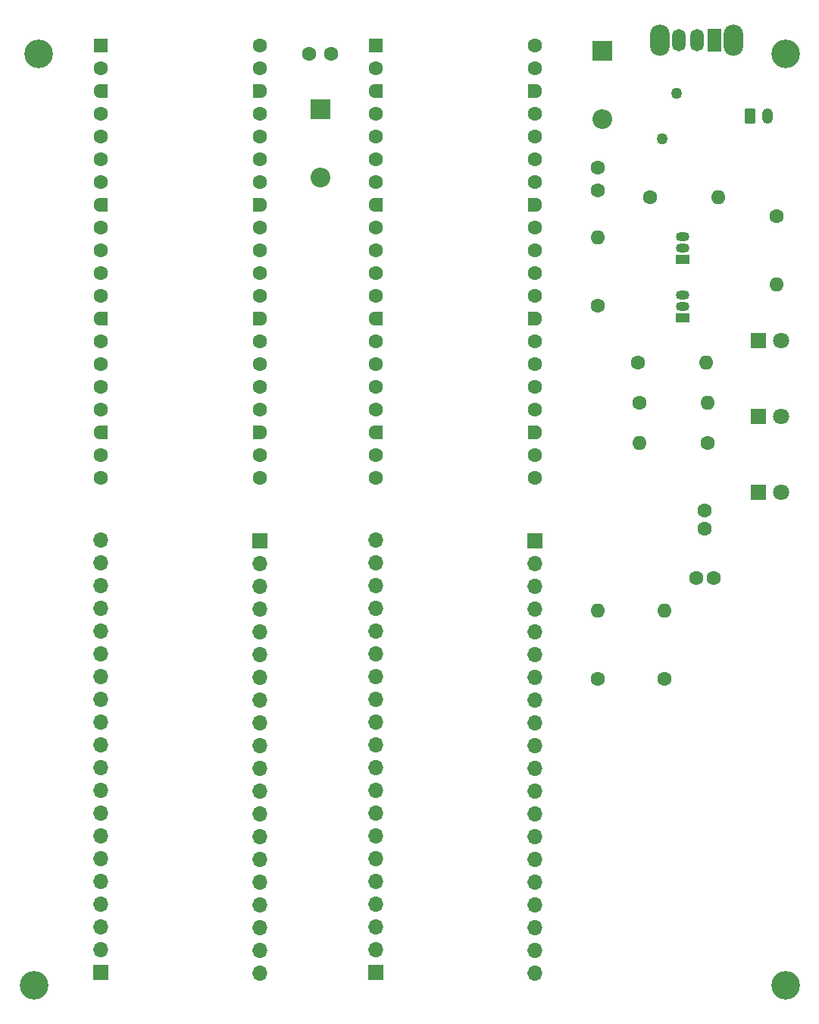
<source format=gbr>
%TF.GenerationSoftware,KiCad,Pcbnew,9.0.0*%
%TF.CreationDate,2025-09-21T20:59:59-04:00*%
%TF.ProjectId,Design V2.0,44657369-676e-4205-9632-2e302e6b6963,rev?*%
%TF.SameCoordinates,Original*%
%TF.FileFunction,Soldermask,Bot*%
%TF.FilePolarity,Negative*%
%FSLAX46Y46*%
G04 Gerber Fmt 4.6, Leading zero omitted, Abs format (unit mm)*
G04 Created by KiCad (PCBNEW 9.0.0) date 2025-09-21 20:59:59*
%MOMM*%
%LPD*%
G01*
G04 APERTURE LIST*
G04 Aperture macros list*
%AMRoundRect*
0 Rectangle with rounded corners*
0 $1 Rounding radius*
0 $2 $3 $4 $5 $6 $7 $8 $9 X,Y pos of 4 corners*
0 Add a 4 corners polygon primitive as box body*
4,1,4,$2,$3,$4,$5,$6,$7,$8,$9,$2,$3,0*
0 Add four circle primitives for the rounded corners*
1,1,$1+$1,$2,$3*
1,1,$1+$1,$4,$5*
1,1,$1+$1,$6,$7*
1,1,$1+$1,$8,$9*
0 Add four rect primitives between the rounded corners*
20,1,$1+$1,$2,$3,$4,$5,0*
20,1,$1+$1,$4,$5,$6,$7,0*
20,1,$1+$1,$6,$7,$8,$9,0*
20,1,$1+$1,$8,$9,$2,$3,0*%
%AMFreePoly0*
4,1,37,0.603843,0.796157,0.639018,0.796157,0.711114,0.766294,0.766294,0.711114,0.796157,0.639018,0.796157,0.603843,0.800000,0.600000,0.800000,-0.600000,0.796157,-0.603843,0.796157,-0.639018,0.766294,-0.711114,0.711114,-0.766294,0.639018,-0.796157,0.603843,-0.796157,0.600000,-0.800000,0.000000,-0.800000,0.000000,-0.796148,-0.078414,-0.796148,-0.232228,-0.765552,-0.377117,-0.705537,
-0.507515,-0.618408,-0.618408,-0.507515,-0.705537,-0.377117,-0.765552,-0.232228,-0.796148,-0.078414,-0.796148,0.078414,-0.765552,0.232228,-0.705537,0.377117,-0.618408,0.507515,-0.507515,0.618408,-0.377117,0.705537,-0.232228,0.765552,-0.078414,0.796148,0.000000,0.796148,0.000000,0.800000,0.600000,0.800000,0.603843,0.796157,0.603843,0.796157,$1*%
%AMFreePoly1*
4,1,37,0.000000,0.796148,0.078414,0.796148,0.232228,0.765552,0.377117,0.705537,0.507515,0.618408,0.618408,0.507515,0.705537,0.377117,0.765552,0.232228,0.796148,0.078414,0.796148,-0.078414,0.765552,-0.232228,0.705537,-0.377117,0.618408,-0.507515,0.507515,-0.618408,0.377117,-0.705537,0.232228,-0.765552,0.078414,-0.796148,0.000000,-0.796148,0.000000,-0.800000,-0.600000,-0.800000,
-0.603843,-0.796157,-0.639018,-0.796157,-0.711114,-0.766294,-0.766294,-0.711114,-0.796157,-0.639018,-0.796157,-0.603843,-0.800000,-0.600000,-0.800000,0.600000,-0.796157,0.603843,-0.796157,0.639018,-0.766294,0.711114,-0.711114,0.766294,-0.639018,0.796157,-0.603843,0.796157,-0.600000,0.800000,0.000000,0.800000,0.000000,0.796148,0.000000,0.796148,$1*%
G04 Aperture macros list end*
%ADD10C,1.600000*%
%ADD11O,1.600000X1.600000*%
%ADD12R,1.800000X1.800000*%
%ADD13C,1.800000*%
%ADD14RoundRect,0.200000X-0.600000X-0.600000X0.600000X-0.600000X0.600000X0.600000X-0.600000X0.600000X0*%
%ADD15FreePoly0,0.000000*%
%ADD16FreePoly1,0.000000*%
%ADD17C,1.270000*%
%ADD18R,2.200000X2.200000*%
%ADD19O,2.200000X2.200000*%
%ADD20O,2.200000X3.500000*%
%ADD21R,1.500000X2.500000*%
%ADD22O,1.500000X2.500000*%
%ADD23R,1.700000X1.700000*%
%ADD24O,1.700000X1.700000*%
%ADD25C,3.200000*%
%ADD26RoundRect,0.250000X-0.350000X-0.625000X0.350000X-0.625000X0.350000X0.625000X-0.350000X0.625000X0*%
%ADD27O,1.200000X1.750000*%
%ADD28R,1.500000X1.050000*%
%ADD29O,1.500000X1.050000*%
G04 APERTURE END LIST*
D10*
%TO.C,R6*%
X224500000Y-61620000D03*
D11*
X224500000Y-54000000D03*
%TD*%
D10*
%TO.C,R5*%
X244500000Y-51690000D03*
D11*
X244500000Y-59310000D03*
%TD*%
D12*
%TO.C,D4*%
X242460000Y-82500000D03*
D13*
X245000000Y-82500000D03*
%TD*%
D10*
%TO.C,R8*%
X236810000Y-77000000D03*
D11*
X229190000Y-77000000D03*
%TD*%
D14*
%TO.C,A1*%
X169000000Y-32600000D03*
D10*
X169000000Y-35140000D03*
D15*
X169000000Y-37680000D03*
D10*
X169000000Y-40220000D03*
X169000000Y-42760000D03*
X169000000Y-45300000D03*
X169000000Y-47840000D03*
D15*
X169000000Y-50380000D03*
D10*
X169000000Y-52920000D03*
X169000000Y-55460000D03*
X169000000Y-58000000D03*
X169000000Y-60540000D03*
D15*
X169000000Y-63080000D03*
D10*
X169000000Y-65620000D03*
X169000000Y-68160000D03*
X169000000Y-70700000D03*
X169000000Y-73240000D03*
D15*
X169000000Y-75780000D03*
D10*
X169000000Y-78320000D03*
X169000000Y-80860000D03*
X186780000Y-80860000D03*
X186780000Y-78320000D03*
D16*
X186780000Y-75780000D03*
D10*
X186780000Y-73240000D03*
X186780000Y-70700000D03*
X186780000Y-68160000D03*
X186780000Y-65620000D03*
D16*
X186780000Y-63080000D03*
D10*
X186780000Y-60540000D03*
X186780000Y-58000000D03*
X186780000Y-55460000D03*
X186780000Y-52920000D03*
D16*
X186780000Y-50380000D03*
D10*
X186780000Y-47840000D03*
X186780000Y-45300000D03*
X186780000Y-42760000D03*
X186780000Y-40220000D03*
D16*
X186780000Y-37680000D03*
D10*
X186780000Y-35140000D03*
X186780000Y-32600000D03*
%TD*%
D17*
%TO.C,F1*%
X231700000Y-43050000D03*
X233300000Y-37950000D03*
%TD*%
D10*
%TO.C,R2*%
X230380000Y-49500000D03*
D11*
X238000000Y-49500000D03*
%TD*%
D18*
%TO.C,D5*%
X193500000Y-39690000D03*
D19*
X193500000Y-47310000D03*
%TD*%
D20*
%TO.C,SW1*%
X239700000Y-32000000D03*
X231500000Y-32000000D03*
D21*
X237600000Y-32000000D03*
D22*
X235600000Y-32000000D03*
X233600000Y-32000000D03*
%TD*%
D10*
%TO.C,C4*%
X236500000Y-86500000D03*
X236500000Y-84500000D03*
%TD*%
%TO.C,C2*%
X224500000Y-48750000D03*
X224500000Y-46250000D03*
%TD*%
D23*
%TO.C,J4*%
X199720000Y-136060000D03*
D24*
X199720000Y-133520000D03*
X199720000Y-130980000D03*
X199720000Y-128440000D03*
X199720000Y-125900000D03*
X199720000Y-123360000D03*
X199720000Y-120820000D03*
X199720000Y-118280000D03*
X199720000Y-115740000D03*
X199720000Y-113200000D03*
X199720000Y-110660000D03*
X199720000Y-108120000D03*
X199720000Y-105580000D03*
X199720000Y-103040000D03*
X199720000Y-100500000D03*
X199720000Y-97960000D03*
X199720000Y-95420000D03*
X199720000Y-92880000D03*
X199720000Y-90340000D03*
X199720000Y-87800000D03*
%TD*%
D25*
%TO.C,H2*%
X245500000Y-33500000D03*
%TD*%
D23*
%TO.C,J3*%
X186780000Y-87860000D03*
D24*
X186780000Y-90400000D03*
X186780000Y-92940000D03*
X186780000Y-95480000D03*
X186780000Y-98020000D03*
X186780000Y-100560000D03*
X186780000Y-103100000D03*
X186780000Y-105640000D03*
X186780000Y-108180000D03*
X186780000Y-110720000D03*
X186780000Y-113260000D03*
X186780000Y-115800000D03*
X186780000Y-118340000D03*
X186780000Y-120880000D03*
X186780000Y-123420000D03*
X186780000Y-125960000D03*
X186780000Y-128500000D03*
X186780000Y-131040000D03*
X186780000Y-133580000D03*
X186780000Y-136120000D03*
%TD*%
D26*
%TO.C,J1*%
X241500000Y-40500000D03*
D27*
X243500000Y-40500000D03*
%TD*%
D10*
%TO.C,C1*%
X194750000Y-33500000D03*
X192250000Y-33500000D03*
%TD*%
D23*
%TO.C,J2*%
X169000000Y-136060000D03*
D24*
X169000000Y-133520000D03*
X169000000Y-130980000D03*
X169000000Y-128440000D03*
X169000000Y-125900000D03*
X169000000Y-123360000D03*
X169000000Y-120820000D03*
X169000000Y-118280000D03*
X169000000Y-115740000D03*
X169000000Y-113200000D03*
X169000000Y-110660000D03*
X169000000Y-108120000D03*
X169000000Y-105580000D03*
X169000000Y-103040000D03*
X169000000Y-100500000D03*
X169000000Y-97960000D03*
X169000000Y-95420000D03*
X169000000Y-92880000D03*
X169000000Y-90340000D03*
X169000000Y-87800000D03*
%TD*%
D10*
%TO.C,R7*%
X229000000Y-68000000D03*
D11*
X236620000Y-68000000D03*
%TD*%
D12*
%TO.C,D2*%
X242460000Y-65500000D03*
D13*
X245000000Y-65500000D03*
%TD*%
D25*
%TO.C,H1*%
X162000000Y-33500000D03*
%TD*%
D12*
%TO.C,D3*%
X242460000Y-74000000D03*
D13*
X245000000Y-74000000D03*
%TD*%
D10*
%TO.C,C3*%
X237500000Y-92000000D03*
X235500000Y-92000000D03*
%TD*%
D18*
%TO.C,D6*%
X225000000Y-33190000D03*
D19*
X225000000Y-40810000D03*
%TD*%
D28*
%TO.C,Q3*%
X234000000Y-56500000D03*
D29*
X234000000Y-55230000D03*
X234000000Y-53960000D03*
%TD*%
D10*
%TO.C,R3*%
X229190000Y-72500000D03*
D11*
X236810000Y-72500000D03*
%TD*%
D25*
%TO.C,H3*%
X245500000Y-137500000D03*
%TD*%
D23*
%TO.C,J5*%
X217500000Y-87860000D03*
D24*
X217500000Y-90400000D03*
X217500000Y-92940000D03*
X217500000Y-95480000D03*
X217500000Y-98020000D03*
X217500000Y-100560000D03*
X217500000Y-103100000D03*
X217500000Y-105640000D03*
X217500000Y-108180000D03*
X217500000Y-110720000D03*
X217500000Y-113260000D03*
X217500000Y-115800000D03*
X217500000Y-118340000D03*
X217500000Y-120880000D03*
X217500000Y-123420000D03*
X217500000Y-125960000D03*
X217500000Y-128500000D03*
X217500000Y-131040000D03*
X217500000Y-133580000D03*
X217500000Y-136120000D03*
%TD*%
D25*
%TO.C,H4*%
X161500000Y-137500000D03*
%TD*%
D14*
%TO.C,A2*%
X199720000Y-32600000D03*
D10*
X199720000Y-35140000D03*
D15*
X199720000Y-37680000D03*
D10*
X199720000Y-40220000D03*
X199720000Y-42760000D03*
X199720000Y-45300000D03*
X199720000Y-47840000D03*
D15*
X199720000Y-50380000D03*
D10*
X199720000Y-52920000D03*
X199720000Y-55460000D03*
X199720000Y-58000000D03*
X199720000Y-60540000D03*
D15*
X199720000Y-63080000D03*
D10*
X199720000Y-65620000D03*
X199720000Y-68160000D03*
X199720000Y-70700000D03*
X199720000Y-73240000D03*
D15*
X199720000Y-75780000D03*
D10*
X199720000Y-78320000D03*
X199720000Y-80860000D03*
X217500000Y-80860000D03*
X217500000Y-78320000D03*
D16*
X217500000Y-75780000D03*
D10*
X217500000Y-73240000D03*
X217500000Y-70700000D03*
X217500000Y-68160000D03*
X217500000Y-65620000D03*
D16*
X217500000Y-63080000D03*
D10*
X217500000Y-60540000D03*
X217500000Y-58000000D03*
X217500000Y-55460000D03*
X217500000Y-52920000D03*
D16*
X217500000Y-50380000D03*
D10*
X217500000Y-47840000D03*
X217500000Y-45300000D03*
X217500000Y-42760000D03*
X217500000Y-40220000D03*
D16*
X217500000Y-37680000D03*
D10*
X217500000Y-35140000D03*
X217500000Y-32600000D03*
%TD*%
D28*
%TO.C,Q4*%
X234000000Y-63000000D03*
D29*
X234000000Y-61730000D03*
X234000000Y-60460000D03*
%TD*%
D10*
%TO.C,R4*%
X232000000Y-103310000D03*
D11*
X232000000Y-95690000D03*
%TD*%
D10*
%TO.C,R1*%
X224500000Y-103310000D03*
D11*
X224500000Y-95690000D03*
%TD*%
M02*

</source>
